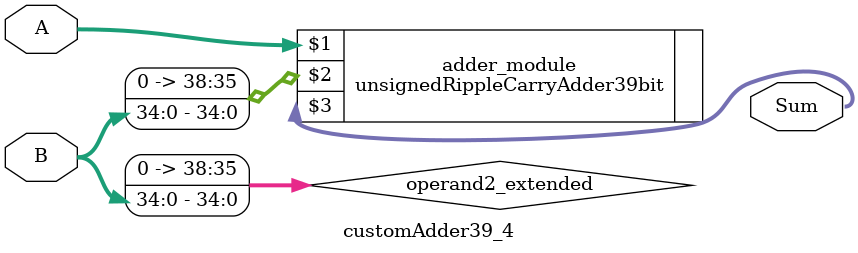
<source format=v>
module customAdder39_4(
                        input [38 : 0] A,
                        input [34 : 0] B,
                        
                        output [39 : 0] Sum
                );

        wire [38 : 0] operand2_extended;
        
        assign operand2_extended =  {4'b0, B};
        
        unsignedRippleCarryAdder39bit adder_module(
            A,
            operand2_extended,
            Sum
        );
        
        endmodule
        
</source>
